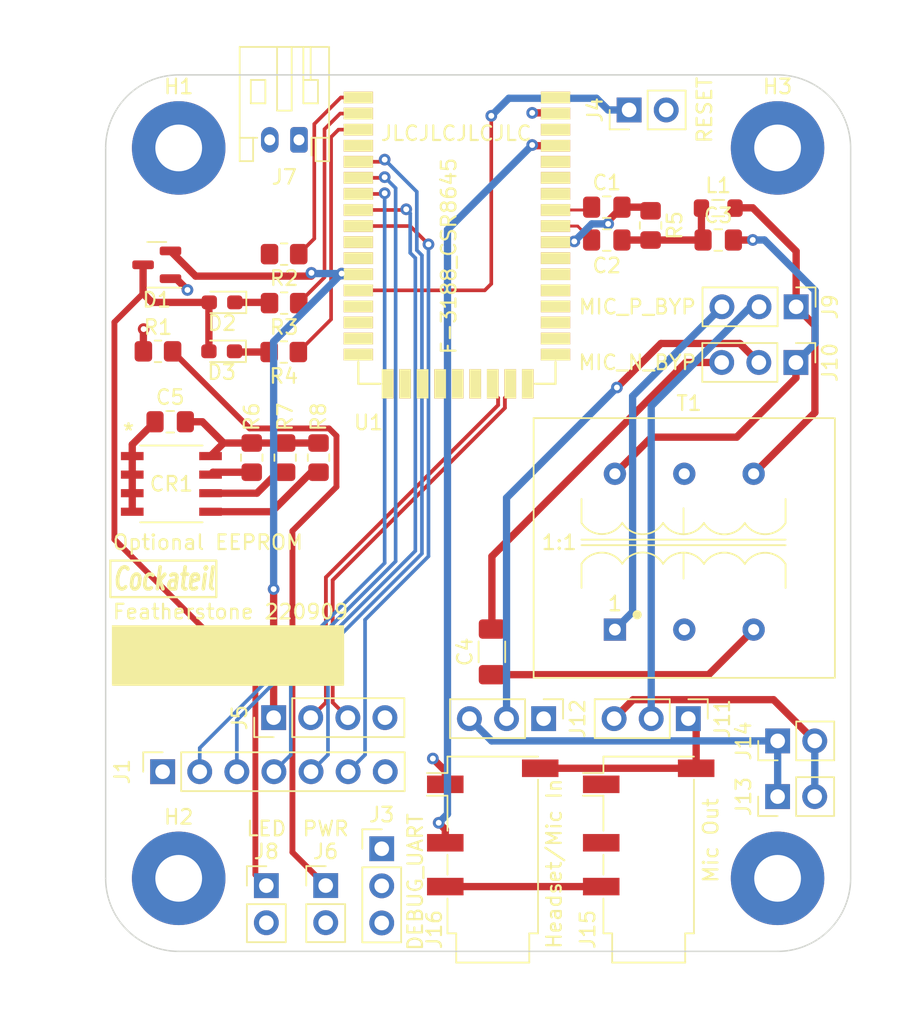
<source format=kicad_pcb>
(kicad_pcb (version 20211014) (generator pcbnew)
  (layers (0 "F.Cu" signal) (1 "In1.Cu" power) (2 "In2.Cu" power) (31 "B.Cu" signal) (34 "B.Paste" user) (35 "F.Paste" user) (36 "B.SilkS" user "B.Silkscreen") (37 "F.SilkS" user "F.Silkscreen") (38 "B.Mask" user) (39 "F.Mask" user) (44 "Edge.Cuts" user))
  (net 0 "")
  (net 1 "+1V8")
  (net 2 "Earth")
  (net 3 "/PIO11")
  (net 4 "/PIO10")
  (net 5 "/PIO12")
  (net 6 "+BATT")
  (net 7 "VBUS")
  (net 9 "/SPI_CLK")
  (net 10 "/~{CS}")
  (net 11 "/MOSI")
  (net 12 "/MISO")
  (net 13 "/SPI_EN")
  (net 14 "BT_UART_TX")
  (net 15 "BT_UART_RX")
  (net 16 "/~{RST}")
  (net 17 "Net-(J6-Pad1)")
  (net 18 "/POWER_EN")
  (net 19 "/PIO6")
  (net 20 "/PIO7")
  (net 21 "/PIO8")
  (net 22 "/PIO9")
  (net 23 "Net-(C3-Pad2)")
  (net 24 "Net-(C4-Pad2)")
  (net 25 "/SPK_L")
  (net 26 "Net-(C2-Pad2)")
  (net 27 "USB_N")
  (net 28 "USB_P")
  (net 29 "/LED2")
  (net 30 "/LED1")
  (net 31 "/LED0")
  (net 32 "/MIC_BIAS")
  (net 35 "/PIO13")
  (net 37 "/SPK_R")
  (net 41 "/MIC_AP")
  (net 42 "/MIC_AN")
  (net 43 "/PIO21")
  (net 44 "/PIO20")
  (net 45 "/PIO19")
  (net 46 "/PIO18")
  (net 47 "Net-(D3-Pad1)")
  (net 48 "Net-(J12-Pad3)")
  (net 51 "Net-(C4-Pad1)")
  (net 52 "Net-(J8-Pad2)")
  (net 53 "Net-(D1-Pad3)")
  (net 54 "Net-(D2-Pad1)")
  (net 55 "Net-(J11-Pad2)")
  (net 56 "Net-(J9-Pad1)")
  (net 57 "Net-(J9-Pad3)")
  (net 58 "Net-(J10-Pad2)")
  (net 59 "Net-(J11-Pad1)")
  (net 60 "Net-(J11-Pad3)")
  (footprint "Connector_Audio:Jack_3.5mm_PJ320D_Horizontal" (layer "F.Cu") (at 137.176 157.391 90)
    (fp_text reference "J15" (at -6.109 -4.176 90) (layer "F.SilkS"))
    (fp_text value "Mic Out" (at -0.025 4.25 90) (layer "F.SilkS"))
    (pad "" np_thru_hole circle (at 2.225 0 90) (size 1.5 1.5) (drill 1.5) (layers *.Cu *.Mask))
    (pad "" np_thru_hole circle (at -4.775 0 90) (size 1.5 1.5) (drill 1.5) (layers *.Cu *.Mask))
    (pad "R1" smd rect (at -0.175 -3.25 90) (size 1.2 2.5) (layers "F.Cu" "F.Paste" "F.Mask"))
    (pad "R2" smd rect (at -3.175 -3.25 90) (size 1.2 2.5) (layers "F.Cu" "F.Paste" "F.Mask") (net 2 "Earth"))
    (pad "S" smd rect (at 4.925 3.25 90) (size 1.2 2.5) (layers "F.Cu" "F.Paste" "F.Mask") (net 59 "Net-(J11-Pad1)"))
    (pad "T" smd rect (at 3.825 -3.25 90) (size 1.2 2.5) (layers "F.Cu" "F.Paste" "F.Mask"))
  )
  (footprint "MountingHole:MountingHole_3.2mm_M3_Pad_TopBottom" (layer "F.Cu") (at 146 110)
    (fp_text reference "H3" (at 0 -4.2) (layer "F.SilkS"))
    (fp_text value "MountingHole_Pad")
    (pad "1" connect circle locked (at 0 0) (size 6.4 6.4) (layers "B.Cu" "B.Mask") (net 2 "Earth"))
    (pad "1" connect circle locked (at 0 0) (size 6.4 6.4) (layers "F.Cu" "F.Mask") (net 2 "Earth"))
    (pad "1" thru_hole circle locked (at 0 0) (size 3.6 3.6) (drill 3.2) (layers *.Cu *.Mask) (net 2 "Earth"))
  )
  (footprint "Resistor_SMD:R_0805_2012Metric_Pad1.20x1.40mm_HandSolder" (layer "F.Cu") (at 110 131.2 -90)
    (fp_text reference "R6" (at -2.794 0 90) (layer "F.SilkS"))
    (fp_text value "2K2")
    (pad "1" smd roundrect (at -1 0 270) (size 1.2 1.4) (layers "F.Cu" "F.Paste" "F.Mask") (roundrect_rratio 0.208333) (net 1 "+1V8"))
    (pad "2" smd roundrect (at 1 0 270) (size 1.2 1.4) (layers "F.Cu" "F.Paste" "F.Mask") (roundrect_rratio 0.208333) (net 5 "/PIO12"))
  )
  (footprint "cockateil:Transformer_Triad_T Y-141PN" (layer "F.Cu") (at 134.8621 142.974)
    (fp_text reference "T1" (at 5.08 -15.494) (layer "F.SilkS"))
    (fp_text value "Transformer_Audio")
    (fp_text user "1" (at 0 -1.778 unlocked) (layer "F.SilkS"))
    (fp_text user "1:1" (at -3.81 -5.969 unlocked) (layer "F.SilkS"))
    (pad "1" thru_hole rect (at 0 0) (size 1.52 1.52) (drill 0.81) (layers *.Cu *.Mask) (net 57 "Net-(J9-Pad3)"))
    (pad "2" thru_hole circle (at 4.7498 0) (size 1.524 1.524) (drill 0.762) (layers *.Cu *.Mask))
    (pad "3" thru_hole circle (at 9.4996 0) (size 1.524 1.524) (drill 0.762) (layers *.Cu *.Mask) (net 51 "Net-(C4-Pad1)"))
    (pad "4" thru_hole circle (at 0 -10.668) (size 1.524 1.524) (drill 0.762) (layers *.Cu *.Mask) (net 23 "Net-(C3-Pad2)"))
    (pad "5" thru_hole circle (at 4.7498 -10.668) (size 1.524 1.524) (drill 0.762) (layers *.Cu *.Mask))
    (pad "6" thru_hole circle (at 9.4996 -10.668) (size 1.524 1.524) (drill 0.762) (layers *.Cu *.Mask) (net 56 "Net-(J9-Pad1)"))
  )
  (footprint "Connector_PinHeader_2.54mm:PinHeader_1x03_P2.54mm_Vertical" (layer "F.Cu") (at 147.255 124.686 -90)
    (fp_text reference "J10" (at 0 -2.33 90) (layer "F.SilkS"))
    (fp_text value "MIC_N_BYP" (at 0 10.855 180) (layer "F.SilkS"))
    (pad "1" thru_hole rect (at 0 0 270) (size 1.7 1.7) (drill 1) (layers *.Cu *.Mask) (net 23 "Net-(C3-Pad2)"))
    (pad "2" thru_hole oval (at 0 2.54 270) (size 1.7 1.7) (drill 1) (layers *.Cu *.Mask) (net 58 "Net-(J10-Pad2)"))
    (pad "3" thru_hole oval (at 0 5.08 270) (size 1.7 1.7) (drill 1) (layers *.Cu *.Mask) (net 24 "Net-(C4-Pad2)"))
  )
  (footprint "Capacitor_SMD:C_0805_2012Metric_Pad1.18x1.45mm_HandSolder" (layer "F.Cu") (at 134.306 116.304)
    (fp_text reference "C2" (at 0 1.75) (layer "F.SilkS"))
    (fp_text value "100n")
    (pad "1" smd roundrect (at -1.0375 0) (size 1.175 1.45) (layers "F.Cu" "F.Paste" "F.Mask") (roundrect_rratio 0.212766) (net 42 "/MIC_AN"))
    (pad "2" smd roundrect (at 1.0375 0) (size 1.175 1.45) (layers "F.Cu" "F.Paste" "F.Mask") (roundrect_rratio 0.212766) (net 26 "Net-(C2-Pad2)"))
  )
  (footprint "bluetooth:F-3188_CSR8645" (layer "F.Cu") (at 117.298 126.1475)
    (fp_text reference "U1" (at 0.702 2.6525 180) (layer "F.SilkS"))
    (fp_text value "F-3188_CSR8645" (at 6.192 -8.7475 90) (layer "F.SilkS"))
    (pad "1" smd rect locked (at 0 -19.6) (size 2 0.8) (layers "F.Cu" "F.Paste" "F.SilkS" "F.Mask") (net 29 "/LED2"))
    (pad "2" smd rect locked (at 0 -18.5) (size 2 0.8) (layers "F.Cu" "F.Paste" "F.SilkS" "F.Mask") (net 30 "/LED1"))
    (pad "3" smd rect locked (at 0 -17.4) (size 2 0.8) (layers "F.Cu" "F.Paste" "F.SilkS" "F.Mask") (net 31 "/LED0"))
    (pad "4" smd rect locked (at 0 -16.3) (size 2 0.8) (layers "F.Cu" "F.Paste" "F.SilkS" "F.Mask"))
    (pad "5" smd rect locked (at 0 -15.2) (size 2 0.8) (layers "F.Cu" "F.Paste" "F.SilkS" "F.Mask") (net 12 "/MISO"))
    (pad "6" smd rect locked (at 0 -14.1) (size 2 0.8) (layers "F.Cu" "F.Paste" "F.SilkS" "F.Mask") (net 10 "/~{CS}"))
    (pad "7" smd rect locked (at 0 -13) (size 2 0.8) (layers "F.Cu" "F.Paste" "F.SilkS" "F.Mask") (net 9 "/SPI_CLK"))
    (pad "8" smd rect locked (at 0 -11.9) (size 2 0.8) (layers "F.Cu" "F.Paste" "F.SilkS" "F.Mask") (net 11 "/MOSI"))
    (pad "9" smd rect locked (at 0 -10.8) (size 2 0.8) (layers "F.Cu" "F.Paste" "F.SilkS" "F.Mask") (net 13 "/SPI_EN"))
    (pad "10" smd rect locked (at 0 -9.7) (size 2 0.8) (layers "F.Cu" "F.Paste" "F.SilkS" "F.Mask") (net 14 "BT_UART_TX"))
    (pad "11" smd rect locked (at 0 -8.6) (size 2 0.8) (layers "F.Cu" "F.Paste" "F.SilkS" "F.Mask") (net 15 "BT_UART_RX"))
    (pad "12" smd rect locked (at 0 -7.5) (size 2 0.8) (layers "F.Cu" "F.Paste" "F.SilkS" "F.Mask") (net 7 "VBUS"))
    (pad "13" smd rect locked (at 0 -6.4) (size 2 0.8) (layers "F.Cu" "F.Paste" "F.SilkS" "F.Mask") (net 16 "/~{RST}"))
    (pad "14" smd rect locked (at 0 -5.3) (size 2 0.8) (layers "F.Cu" "F.Paste" "F.SilkS" "F.Mask") (net 6 "+BATT"))
    (pad "15" smd rect locked (at 0 -4.2) (size 2 0.8) (layers "F.Cu" "F.Paste" "F.SilkS" "F.Mask") (net 18 "/POWER_EN"))
    (pad "16" smd rect locked (at 0 -3.1) (size 2 0.8) (layers "F.Cu" "F.Paste" "F.SilkS" "F.Mask") (net 1 "+1V8"))
    (pad "17" smd rect locked (at 0 -2) (size 2 0.8) (layers "F.Cu" "F.Paste" "F.SilkS" "F.Mask") (net 2 "Earth"))
    (pad "18" smd rect locked (at 2 0) (size 0.8 2) (layers "F.Cu" "F.Paste" "F.SilkS" "F.Mask"))
    (pad "19" smd rect locked (at 3.2 0) (size 0.8 2) (layers "F.Cu" "F.Paste" "F.SilkS" "F.Mask") (net 6 "+BATT"))
    (pad "20" smd rect locked (at 4.4 0) (size 0.8 2) (layers "F.Cu" "F.Paste" "F.SilkS" "F.Mask") (net 4 "/PIO10"))
    (pad "21" smd rect locked (at 5.6 0) (size 0.8 2) (layers "F.Cu" "F.Paste" "F.SilkS" "F.Mask") (net 3 "/PIO11"))
    (pad "22" smd rect locked (at 6.8 0) (size 0.8 2) (layers "F.Cu" "F.Paste" "F.SilkS" "F.Mask") (net 5 "/PIO12"))
    (pad "23" smd rect locked (at 8 0) (size 0.8 2) (layers "F.Cu" "F.Paste" "F.SilkS" "F.Mask") (net 35 "/PIO13"))
    (pad "24" smd rect locked (at 9.2 0) (size 0.8 2) (layers "F.Cu" "F.Paste" "F.SilkS" "F.Mask") (net 27 "USB_N"))
    (pad "25" smd rect locked (at 10.4 0) (size 0.8 2) (layers "F.Cu" "F.Paste" "F.SilkS" "F.Mask") (net 28 "USB_P"))
    (pad "26" smd rect locked (at 11.6 0) (size 0.8 2) (layers "F.Cu" "F.Paste" "F.SilkS" "F.Mask") (net 22 "/PIO9"))
    (pad "27" smd rect locked (at 13.5 -2) (size 2 0.8) (layers "F.Cu" "F.Paste" "F.SilkS" "F.Mask") (net 19 "/PIO6"))
    (pad "28" smd rect locked (at 13.5 -3.1) (size 2 0.8) (layers "F.Cu" "F.Paste" "F.SilkS" "F.Mask") (net 20 "/PIO7"))
    (pad "29" smd rect locked (at 13.5 -4.2) (size 2 0.8) (layers "F.Cu" "F.Paste" "F.SilkS" "F.Mask") (net 21 "/PIO8"))
    (pad "30" smd rect locked (at 13.5 -5.3) (size 2 0.8) (layers "F.Cu" "F.Paste" "F.SilkS" "F.Mask") (net 46 "/PIO18"))
    (pad "31" smd rect locked (at 13.5 -6.4) (size 2 0.8) (layers "F.Cu" "F.Paste" "F.SilkS" "F.Mask") (net 45 "/PIO19"))
    (pad "32" smd rect locked (at 13.5 -7.5) (size 2 0.8) (layers "F.Cu" "F.Paste" "F.SilkS" "F.Mask") (net 44 "/PIO20"))
    (pad "33" smd rect locked (at 13.5 -8.6) (size 2 0.8) (layers "F.Cu" "F.Paste" "F.SilkS" "F.Mask") (net 43 "/PIO21"))
    (pad "34" smd rect locked (at 13.5 -9.7) (size 2 0.8) (layers "F.Cu" "F.Paste" "F.SilkS" "F.Mask") (net 32 "/MIC_BIAS"))
    (pad "35" smd rect locked (at 13.5 -10.8) (size 2 0.8) (layers "F.Cu" "F.Paste" "F.SilkS" "F.Mask") (net 42 "/MIC_AN"))
    (pad "36" smd rect locked (at 13.5 -11.9) (size 2 0.8) (layers "F.Cu" "F.Paste" "F.SilkS" "F.Mask") (net 41 "/MIC_AP"))
    (pad "37" smd rect locked (at 13.5 -13) (size 2 0.8) (layers "F.Cu" "F.Paste" "F.SilkS" "F.Mask"))
    (pad "38" smd rect locked (at 13.5 -14.1) (size 2 0.8) (layers "F.Cu" "F.Paste" "F.SilkS" "F.Mask"))
    (pad "39" smd rect locked (at 13.5 -15.2) (size 2 0.8) (layers "F.Cu" "F.Paste" "F.SilkS" "F.Mask"))
    (pad "40" smd rect locked (at 13.5 -16.3) (size 2 0.8) (layers "F.Cu" "F.Paste" "F.SilkS" "F.Mask") (net 37 "/SPK_R"))
    (pad "41" smd rect locked (at 13.5 -17.4) (size 2 0.8) (layers "F.Cu" "F.Paste" "F.SilkS" "F.Mask"))
    (pad "42" smd rect locked (at 13.5 -18.5) (size 2 0.8) (layers "F.Cu" "F.Paste" "F.SilkS" "F.Mask") (net 25 "/SPK_L"))
    (pad "43" smd rect locked (at 13.5 -19.6) (size 2 0.8) (layers "F.Cu" "F.Paste" "F.SilkS" "F.Mask") (net 2 "Earth"))
  )
  (footprint "Resistor_SMD:R_0805_2012Metric_Pad1.20x1.40mm_HandSolder" (layer "F.Cu") (at 112.193 123.972 180)
    (fp_text reference "R4" (at 0 -1.65) (layer "F.SilkS"))
    (fp_text value "330")
    (pad "1" smd roundrect (at -1 0 180) (size 1.2 1.4) (layers "F.Cu" "F.Paste" "F.Mask") (roundrect_rratio 0.208333) (net 31 "/LED0"))
    (pad "2" smd roundrect (at 1 0 180) (size 1.2 1.4) (layers "F.Cu" "F.Paste" "F.Mask") (roundrect_rratio 0.208333) (net 47 "Net-(D3-Pad1)"))
  )
  (footprint "Package_TO_SOT_SMD:SOT-23" (layer "F.Cu") (at 103.5 118 180)
    (fp_text reference "D1" (at 0 -2.4) (layer "F.SilkS"))
    (fp_text value "BAT54C")
    (pad "1" smd roundrect (at -0.9375 -0.95 180) (size 1.475 0.6) (layers "F.Cu" "F.Paste" "F.Mask") (net 6 "+BATT"))
    (pad "2" smd roundrect (at -0.9375 0.95 180) (size 1.475 0.6) (layers "F.Cu" "F.Paste" "F.Mask") (net 7 "VBUS"))
    (pad "3" smd roundrect (at 0.9375 0 180) (size 1.475 0.6) (layers "F.Cu" "F.Paste" "F.Mask") (net 53 "Net-(D1-Pad3)"))
  )
  (footprint "Resistor_SMD:R_0805_2012Metric_Pad1.20x1.40mm_HandSolder" (layer "F.Cu") (at 103.582 123.924)
    (fp_text reference "R1" (at 0 -1.65) (layer "F.SilkS"))
    (fp_text value "330")
    (pad "1" smd roundrect (at -1 0) (size 1.2 1.4) (layers "F.Cu" "F.Paste" "F.Mask") (roundrect_rratio 0.208333) (net 6 "+BATT"))
    (pad "2" smd roundrect (at 1 0) (size 1.2 1.4) (layers "F.Cu" "F.Paste" "F.Mask") (roundrect_rratio 0.208333) (net 17 "Net-(J6-Pad1)"))
  )
  (footprint "Connector_PinHeader_2.54mm:PinHeader_1x03_P2.54mm_Vertical" (layer "F.Cu") (at 118.9 157.975)
    (fp_text reference "J3" (at 0 -2.33) (layer "F.SilkS"))
    (fp_text value "DEBUG_UART" (at 2.3 2.271 90) (layer "F.SilkS"))
    (pad "1" thru_hole rect (at 0 0) (size 1.7 1.7) (drill 1) (layers *.Cu *.Mask) (net 14 "BT_UART_TX"))
    (pad "2" thru_hole oval (at 0 2.54) (size 1.7 1.7) (drill 1) (layers *.Cu *.Mask) (net 15 "BT_UART_RX"))
    (pad "3" thru_hole oval (at 0 5.08) (size 1.7 1.7) (drill 1) (layers *.Cu *.Mask) (net 2 "Earth"))
  )
  (footprint "MountingHole:MountingHole_3.2mm_M3_Pad_TopBottom" (layer "F.Cu") (at 146 160)
    (fp_text reference "H4" hide)
    (fp_text value "MountingHole_Pad")
    (pad "1" connect circle locked (at 0 0) (size 6.4 6.4) (layers "B.Cu" "B.Mask") (net 2 "Earth"))
    (pad "1" connect circle locked (at 0 0) (size 6.4 6.4) (layers "F.Cu" "F.Mask") (net 2 "Earth"))
    (pad "1" thru_hole circle locked (at 0 0) (size 3.6 3.6) (drill 3.2) (layers *.Cu *.Mask) (net 2 "Earth"))
  )
  (footprint "Capacitor_SMD:C_0805_2012Metric_Pad1.18x1.45mm_HandSolder" (layer "F.Cu") (at 104.41745 128.7455)
    (fp_text reference "C5" (at 0 -1.68) (layer "F.SilkS"))
    (fp_text value "100n")
    (pad "1" smd roundrect (at -1.0375 0) (size 1.175 1.45) (layers "F.Cu" "F.Paste" "F.Mask") (roundrect_rratio 0.2127659574) (net 2 "Earth"))
    (pad "2" smd roundrect (at 1.0375 0) (size 1.175 1.45) (layers "F.Cu" "F.Paste" "F.Mask") (roundrect_rratio 0.2127659574) (net 1 "+1V8"))
  )
  (footprint "Connector_PinHeader_2.54mm:PinHeader_1x02_P2.54mm_Vertical" (layer "F.Cu") (at 115.064 160.495)
    (fp_text reference "J6" (at 0 -2.33) (layer "F.SilkS"))
    (fp_text value "PWR" (at 0 -3.895) (layer "F.SilkS"))
    (pad "1" thru_hole rect (at 0 0) (size 1.7 1.7) (drill 1) (layers *.Cu *.Mask) (net 17 "Net-(J6-Pad1)"))
    (pad "2" thru_hole oval (at 0 2.54) (size 1.7 1.7) (drill 1) (layers *.Cu *.Mask) (net 18 "/POWER_EN"))
  )
  (footprint "Connector_PinHeader_2.54mm:PinHeader_1x03_P2.54mm_Vertical" (layer "F.Cu") (at 147.27 120.876 -90)
    (fp_text reference "J9" (at 0 -2.33 90) (layer "F.SilkS"))
    (fp_text value "MIC_P_BYP" (at 0 10.87 180) (layer "F.SilkS"))
    (pad "1" thru_hole rect (at 0 0 270) (size 1.7 1.7) (drill 1) (layers *.Cu *.Mask) (net 56 "Net-(J9-Pad1)"))
    (pad "2" thru_hole oval (at 0 2.54 270) (size 1.7 1.7) (drill 1) (layers *.Cu *.Mask) (net 55 "Net-(J11-Pad2)"))
    (pad "3" thru_hole oval (at 0 5.08 270) (size 1.7 1.7) (drill 1) (layers *.Cu *.Mask) (net 57 "Net-(J9-Pad3)"))
  )
  (footprint "Connector_PinHeader_2.54mm:PinHeader_1x02_P2.54mm_Vertical" (layer "F.Cu") (at 146 154.404 90)
    (fp_text reference "J13" (at 0 -2.33 90) (layer "F.SilkS"))
    (fp_text value "Cox Box Mic In")
    (pad "1" thru_hole rect (at 0 0 90) (size 1.7 1.7) (drill 1) (layers *.Cu *.Mask) (net 48 "Net-(J12-Pad3)"))
    (pad "2" thru_hole oval (at 0 2.54 90) (size 1.7 1.7) (drill 1) (layers *.Cu *.Mask) (net 60 "Net-(J11-Pad3)"))
  )
  (footprint "Resistor_SMD:R_0805_2012Metric_Pad1.20x1.40mm_HandSolder" (layer "F.Cu") (at 137.306 115.304 -90)
    (fp_text reference "R5" (at 0 -1.65 90) (layer "F.SilkS"))
    (fp_text value "2K2")
    (pad "1" smd roundrect (at -1 0 270) (size 1.2 1.4) (layers "F.Cu" "F.Paste" "F.Mask") (roundrect_rratio 0.208333) (net 32 "/MIC_BIAS"))
    (pad "2" smd roundrect (at 1 0 270) (size 1.2 1.4) (layers "F.Cu" "F.Paste" "F.Mask") (roundrect_rratio 0.208333) (net 26 "Net-(C2-Pad2)"))
  )
  (footprint "Inductor_SMD:L_0805_2012Metric_Pad1.05x1.20mm_HandSolder" (layer "F.Cu") (at 141.936 114.12)
    (fp_text reference "L1" (at 0 -1.55) (layer "F.SilkS"))
    (fp_text value "15nH")
    (pad "1" smd roundrect (at -1.15 0) (size 1.05 1.2) (layers "F.Cu" "F.Paste" "F.Mask") (roundrect_rratio 0.2380952381) (net 26 "Net-(C2-Pad2)"))
    (pad "2" smd roundrect (at 1.15 0) (size 1.05 1.2) (layers "F.Cu" "F.Paste" "F.Mask") (roundrect_rratio 0.2380952381) (net 56 "Net-(J9-Pad1)"))
  )
  (footprint "Connector_PinSocket_2.54mm:PinSocket_1x07_P2.54mm_Vertical" (layer "F.Cu") (at 103.9 152.7 90)
    (fp_text reference "J1" (at 0 -2.77 90) (layer "F.SilkS"))
    (fp_text value "Programmer")
    (pad "1" thru_hole rect (at 0 0 90) (size 1.7 1.7) (drill 1) (layers *.Cu *.Mask))
    (pad "2" thru_hole oval (at 0 2.54 90) (size 1.7 1.7) (drill 1) (layers *.Cu *.Mask) (net 9 "/SPI_CLK"))
    (pad "3" thru_hole oval (at 0 5.08 90) (size 1.7 1.7) (drill 1) (layers *.Cu *.Mask) (net 10 "/~{CS}"))
    (pad "4" thru_hole oval (at 0 7.62 90) (size 1.7 1.7) (drill 1) (layers *.Cu *.Mask) (net 11 "/MOSI"))
    (pad "5" thru_hole oval (at 0 10.16 90) (size 1.7 1.7) (drill 1) (layers *.Cu *.Mask) (net 12 "/MISO"))
    (pad "6" thru_hole oval (at 0 12.7 90) (size 1.7 1.7) (drill 1) (layers *.Cu *.Mask) (net 13 "/SPI_EN"))
    (pad "7" thru_hole oval (at 0 15.24 90) (size 1.7 1.7) (drill 1) (layers *.Cu *.Mask) (net 2 "Earth"))
  )
  (footprint "Resistor_SMD:R_0805_2012Metric_Pad1.20x1.40mm_HandSolder" (layer "F.Cu") (at 112.218 120.622 180)
    (fp_text reference "R3" (at 0 -1.65) (layer "F.SilkS"))
    (fp_text value "330")
    (pad "1" smd roundrect (at -1 0 180) (size 1.2 1.4) (layers "F.Cu" "F.Paste" "F.Mask") (roundrect_rratio 0.208333) (net 30 "/LED1"))
    (pad "2" smd roundrect (at 1 0 180) (size 1.2 1.4) (layers "F.Cu" "F.Paste" "F.Mask") (roundrect_rratio 0.208333) (net 54 "Net-(D2-Pad1)"))
  )
  (footprint "Resistor_SMD:R_0805_2012Metric_Pad1.20x1.40mm_HandSolder" (layer "F.Cu") (at 112.218 117.272 180)
    (fp_text reference "R2" (at 0 -1.65) (layer "F.SilkS"))
    (fp_text value "220")
    (pad "1" smd roundrect (at -1 0 180) (size 1.2 1.4) (layers "F.Cu" "F.Paste" "F.Mask") (roundrect_rratio 0.208333) (net 29 "/LED2"))
    (pad "2" smd roundrect (at 1 0 180) (size 1.2 1.4) (layers "F.Cu" "F.Paste" "F.Mask") (roundrect_rratio 0.208333) (net 52 "Net-(J8-Pad2)"))
  )
  (footprint "Capacitor_SMD:C_0805_2012Metric_Pad1.18x1.45mm_HandSolder" (layer "F.Cu") (at 134.306 114.054)
    (fp_text reference "C1" (at 0 -1.68) (layer "F.SilkS"))
    (fp_text value "100n")
    (pad "1" smd roundrect (at -1.0375 0) (size 1.175 1.45) (layers "F.Cu" "F.Paste" "F.Mask") (roundrect_rratio 0.212766) (net 41 "/MIC_AP"))
    (pad "2" smd roundrect (at 1.0375 0) (size 1.175 1.45) (layers "F.Cu" "F.Paste" "F.Mask") (roundrect_rratio 0.212766) (net 32 "/MIC_BIAS"))
  )
  (footprint "Connector_PinHeader_2.54mm:PinHeader_1x03_P2.54mm_Vertical" (layer "F.Cu") (at 129.983 149.07 -90)
    (fp_text reference "J12" (at 0 -2.33 90) (layer "F.SilkS"))
    (fp_text value "MIC_N_SEL")
    (pad "1" thru_hole rect (at 0 0 270) (size 1.7 1.7) (drill 1) (layers *.Cu *.Mask) (net 2 "Earth"))
    (pad "2" thru_hole oval (at 0 2.54 270) (size 1.7 1.7) (drill 1) (layers *.Cu *.Mask) (net 58 "Net-(J10-Pad2)"))
    (pad "3" thru_hole oval (at 0 5.08 270) (size 1.7 1.7) (drill 1) (layers *.Cu *.Mask) (net 48 "Net-(J12-Pad3)"))
  )
  (footprint "st:M24512-RMN6P" (layer "F.Cu") (at 104.5 133)
    (fp_text reference "CR1" (at 0 0) (layer "F.SilkS"))
    (fp_text value "Optional EEPROM" (at 2.5 4) (layer "F.SilkS"))
    (fp_text user "*" (at -2.9337 -3.6068) (layer "F.SilkS"))
    (fp_text user "*" (at -2.9337 -3.6068) (layer "F.SilkS"))
    (pad "1" smd rect locked (at -2.6797 -1.905) (size 1.5494 0.5588) (layers "F.Cu" "F.Paste" "F.Mask") (net 2 "Earth"))
    (pad "2" smd rect locked (at -2.6797 -0.635) (size 1.5494 0.5588) (layers "F.Cu" "F.Paste" "F.Mask") (net 2 "Earth"))
    (pad "3" smd rect locked (at -2.6797 0.635) (size 1.5494 0.5588) (layers "F.Cu" "F.Paste" "F.Mask") (net 2 "Earth"))
    (pad "4" smd rect locked (at -2.6797 1.905) (size 1.5494 0.5588) (layers "F.Cu" "F.Paste" "F.Mask") (net 2 "Earth"))
    (pad "5" smd rect locked (at 2.6797 1.905) (size 1.5494 0.5588) (layers "F.Cu" "F.Paste" "F.Mask") (net 3 "/PIO11"))
    (pad "6" smd rect locked (at 2.6797 0.635) (size 1.5494 0.5588) (layers "F.Cu" "F.Paste" "F.Mask") (net 4 "/PIO10"))
    (pad "7" smd rect locked (at 2.6797 -0.635) (size 1.5494 0.5588) (layers "F.Cu" "F.Paste" "F.Mask") (net 5 "/PIO12"))
    (pad "8" smd rect locked (at 2.6797 -1.905) (size 1.5494 0.5588) (layers "F.Cu" "F.Paste" "F.Mask") (net 1 "+1V8"))
  )
  (footprint "Connector_JST:JST_PH_S2B-PH-K_1x02_P2.00mm_Horizontal" (layer "F.Cu") (at 113.234 109.446 180)
    (fp_text reference "J7" (at 1 -2.55) (layer "F.SilkS"))
    (fp_text value "Battery Connector")
    (pad "1" thru_hole roundrect (at 0 0 180) (size 1.2 1.75) (drill 0.75) (layers *.Cu *.Mask) (roundrect_rratio 0.2083333333) (net 6 "+BATT"))
    (pad "2" thru_hole oval (at 2 0 180) (size 1.2 1.75) (drill 0.75) (layers *.Cu *.Mask) (net 2 "Earth"))
  )
  (footprint "Connector_PinHeader_2.54mm:PinHeader_1x02_P2.54mm_Vertical" (layer "F.Cu") (at 111 160.5)
    (fp_text reference "J8" (at 0 -2.33) (layer "F.SilkS"))
    (fp_text value "LED" (at 0 -3.9) (layer "F.SilkS"))
    (pad "1" thru_hole rect (at 0 0) (size 1.7 1.7) (drill 1) (layers *.Cu *.Mask) (net 53 "Net-(D1-Pad3)"))
    (pad "2" thru_hole oval (at 0 2.54) (size 1.7 1.7) (drill 1) (layers *.Cu *.Mask) (net 52 "Net-(J8-Pad2)"))
  )
  (footprint "LED_SMD:LED_0603_1608Metric_Pad1.05x0.95mm_HandSolder" (layer "F.Cu") (at 107.943 123.922 180)
    (fp_text reference "D3" (at 0 -1.43 180) (layer "F.SilkS"))
    (fp_text value "GREEN")
    (pad "1" smd roundrect (at -0.875 0 180) (size 1.05 0.95) (layers "F.Cu" "F.Paste" "F.Mask") (net 47 "Net-(D3-Pad1)"))
    (pad "2" smd roundrect (at 0.875 0 180) (size 1.05 0.95) (layers "F.Cu" "F.Paste" "F.Mask") (net 53 "Net-(D1-Pad3)"))
  )
  (footprint "Connector_Audio:Jack_3.5mm_PJ320D_Horizontal" (layer "F.Cu") (at 126.5 157.391 90)
    (fp_text reference "J16" (at -6.109 -4 90) (layer "F.SilkS"))
    (fp_text value "Headset/Mic In" (at -1.609 4.2 90) (layer "F.SilkS"))
    (pad "" np_thru_hole circle (at 2.225 0 90) (size 1.5 1.5) (drill 1.5) (layers *.Cu *.Mask))
    (pad "" np_thru_hole circle (at -4.775 0 90) (size 1.5 1.5) (drill 1.5) (layers *.Cu *.Mask))
    (pad "R1" smd rect (at -0.175 -3.25 90) (size 1.2 2.5) (layers "F.Cu" "F.Paste" "F.Mask") (net 37 "/SPK_R"))
    (pad "R2" smd rect (at -3.175 -3.25 90) (size 1.2 2.5) (layers "F.Cu" "F.Paste" "F.Mask") (net 2 "Earth"))
    (pad "S" smd rect (at 4.925 3.25 90) (size 1.2 2.5) (layers "F.Cu" "F.Paste" "F.Mask") (net 59 "Net-(J11-Pad1)"))
    (pad "T" smd rect (at 3.825 -3.25 90) (size 1.2 2.5) (layers "F.Cu" "F.Paste" "F.Mask") (net 25 "/SPK_L"))
  )
  (footprint "Resistor_SMD:R_0805_2012Metric_Pad1.20x1.40mm_HandSolder" (layer "F.Cu") (at 114.572 131.2 -90)
    (fp_text reference "R8" (at -2.794 0 90) (layer "F.SilkS"))
    (fp_text value "2K2")
    (pad "1" smd roundrect (at -1 0 270) (size 1.2 1.4) (layers "F.Cu" "F.Paste" "F.Mask") (roundrect_rratio 0.208333) (net 1 "+1V8"))
    (pad "2" smd roundrect (at 1 0 270) (size 1.2 1.4) (layers "F.Cu" "F.Paste" "F.Mask") (roundrect_rratio 0.208333) (net 3 "/PIO11"))
  )
  (footprint "Connector_PinHeader_2.54mm:PinHeader_1x03_P2.54mm_Vertical" (layer "F.Cu") (at 139.889 149.07 -90)
    (fp_text reference "J11" (at 0 -2.33 90) (layer "F.SilkS"))
    (fp_text value "MIC_P_SEL")
    (pad "1" thru_hole rect (at 0 0 270) (size 1.7 1.7) (drill 1) (layers *.Cu *.Mask) (net 59 "Net-(J11-Pad1)"))
    (pad "2" thru_hole oval (at 0 2.54 270) (size 1.7 1.7) (drill 1) (layers *.Cu *.Mask) (net 55 "Net-(J11-Pad2)"))
    (pad "3" thru_hole oval (at 0 5.08 270) (size 1.7 1.7) (drill 1) (layers *.Cu *.Mask) (net 60 "Net-(J11-Pad3)"))
  )
  (footprint "Capacitor_SMD:C_1206_3216Metric_Pad1.33x1.80mm_HandSolder" (layer "F.Cu") (at 126.442 144.498 90)
    (fp_text reference "C4" (at 0 -1.85 90) (layer "F.SilkS"))
    (fp_text value "22u")
    (pad "1" smd roundrect (at -1.5625 0 90) (size 1.325 1.8) (layers "F.Cu" "F.Paste" "F.Mask") (roundrect_rratio 0.188679) (net 51 "Net-(C4-Pad1)"))
    (pad "2" smd roundrect (at 1.5625 0 90) (size 1.325 1.8) (layers "F.Cu" "F.Paste" "F.Mask") (roundrect_rratio 0.188679) (net 24 "Net-(C4-Pad2)"))
  )
  (footprint "Connector_PinHeader_2.54mm:PinHeader_1x02_P2.54mm_Vertical" (layer "F.Cu") (at 146.005 150.594 90)
    (fp_text reference "J14" (at 0 -2.33 90) (layer "F.SilkS"))
    (fp_text value "Cox Box Mic Out")
    (pad "1" thru_hole rect (at 0 0 90) (size 1.7 1.7) (drill 1) (layers *.Cu *.Mask) (net 48 "Net-(J12-Pad3)"))
    (pad "2" thru_hole oval (at 0 2.54 90) (size 1.7 1.7) (drill 1) (layers *.Cu *.Mask) (net 60 "Net-(J11-Pad3)"))
  )
  (footprint "Resistor_SMD:R_0805_2012Metric_Pad1.20x1.40mm_HandSolder" (layer "F.Cu") (at 112.286 131.2 -90)
    (fp_text reference "R7" (at -2.794 0 90) (layer "F.SilkS"))
    (fp_text value "2K2")
    (pad "1" smd roundrect (at -1 0 270) (size 1.2 1.4) (layers "F.Cu" "F.Paste" "F.Mask") (roundrect_rratio 0.208333) (net 1 "+1V8"))
    (pad "2" smd roundrect (at 1 0 270) (size 1.2 1.4) (layers "F.Cu" "F.Paste" "F.Mask") (roundrect_rratio 0.208333) (net 4 "/PIO10"))
  )
  (footprint "MountingHole:MountingHole_3.2mm_M3_Pad_TopBottom" (layer "F.Cu") (at 105 110)
    (fp_text reference "H1" (at 0 -4.2) (layer "F.SilkS"))
    (fp_text value "MountingHole_Pad")
    (pad "1" connect circle locked (at 0 0) (size 6.4 6.4) (layers "B.Cu" "B.Mask") (net 2 "Earth"))
    (pad "1" connect circle locked (at 0 0) (size 6.4 6.4) (layers "F.Cu" "F.Mask") (net 2 "Earth"))
    (pad "1" thru_hole circle locked (at 0 0) (size 3.6 3.6) (drill 3.2) (layers *.Cu *.Mask) (net 2 "Earth"))
  )
  (footprint "Connector_PinHeader_2.54mm:PinHeader_1x02_P2.54mm_Vertical" (layer "F.Cu") (at 135.835 107.4 90)
    (fp_text reference "J4" (at 0 -2.33 90) (layer "F.SilkS"))
    (fp_text value "RESET" (at 0 5.165 90) (layer "F.SilkS"))
    (pad "1" thru_hole rect (at 0 0 90) (size 1.7 1.7) (drill 1) (layers *.Cu *.Mask) (net 16 "/~{RST}"))
    (pad "2" thru_hole oval (at 0 2.54 90) (size 1.7 1.7) (drill 1) (layers *.Cu *.Mask) (net 2 "Earth"))
  )
  (footprint "Connector_PinHeader_2.54mm:PinHeader_1x04_P2.54mm_Vertical" (layer "F.Cu") (at 111.5 149 90)
    (fp_text reference "J5" (at 0 -2.33 90) (layer "F.SilkS"))
    (fp_text value "Magnetic connector")
    (pad "1" thru_hole rect (at 0 0 90) (size 1.7 1.7) (drill 1) (layers *.Cu *.Mask) (net 7 "VBUS"))
    (pad "2" thru_hole oval (at 0 2.54 90) (size 1.7 1.7) (drill 1) (layers *.Cu *.Mask) (net 27 "USB_N"))
    (pad "3" thru_hole oval (at 0 5.08 90) (size 1.7 1.7) (drill 1) (layers *.Cu *.Mask) (net 28 "USB_P"))
    (pad "4" thru_hole oval (at 0 7.62 90) (size 1.7 1.7) (drill 1) (layers *.Cu *.Mask) (net 2 "Earth"))
  )
  (footprint "LED_SMD:LED_0603_1608Metric_Pad1.05x0.95mm_HandSolder" (layer "F.Cu") (at 107.968 120.572 180)
    (fp_text reference "D2" (at 0 -1.43 180) (layer "F.SilkS"))
    (fp_text value "RED")
    (pad "1" smd roundrect (at -0.875 0 180) (size 1.05 0.95) (layers "F.Cu" "F.Paste" "F.Mask") (net 54 "Net-(D2-Pad1)"))
    (pad "2" smd roundrect (at 0.875 0 180) (size 1.05 0.95) (layers "F.Cu" "F.Paste" "F.Mask") (net 53 "Net-(D1-Pad3)"))
  )
  (footprint "Capacitor_SMD:C_0805_2012Metric_Pad1.18x1.45mm_HandSolder" (layer "F.Cu") (at 141.936 116.304)
    (fp_text reference "C3" (at 0 -1.68) (layer "F.SilkS"))
    (fp_text value "15p")
    (pad "1" smd roundrect (at -1.0375 0) (size 1.175 1.45) (layers "F.Cu" "F.Paste" "F.Mask") (roundrect_rratio 0.212766) (net 26 "Net-(C2-Pad2)"))
    (pad "2" smd roundrect (at 1.0375 0) (size 1.175 1.45) (layers "F.Cu" "F.Paste" "F.Mask") (roundrect_rratio 0.212766) (net 23 "Net-(C3-Pad2)"))
  )
  (footprint "MountingHole:MountingHole_3.2mm_M3_Pad_TopBottom" (layer "F.Cu") (at 105 160)
    (fp_text reference "H2" (at 0 -4.2) (layer "F.SilkS"))
    (fp_text value "MountingHole_Pad")
    (pad "1" thru_hole circle locked (at 0 0) (size 3.6 3.6) (drill 3.2) (layers *.Cu *.Mask) (net 2 "Earth"))
    (pad "1" connect circle locked (at 0 0) (size 6.4 6.4) (layers "B.Cu" "B.Mask") (net 2 "Earth"))
    (pad "1" connect circle locked (at 0 0) (size 6.4 6.4) (layers "F.Cu" "F.Mask") (net 2 "Earth"))
  )
  (gr_rect (start 100.5 142.75) (end 116.25 146.75) (layer "F.SilkS") (width 0.15) (fill solid))
  (gr_rect (start 100.325 138.25) (end 107.575 140.75) (layer "F.SilkS") (width 0.15) (fill none))
  (gr_arc locked (start 146 105) (mid 149.535534 106.464466) (end 151 110) (layer "Edge.Cuts") (width 0.1))
  (gr_arc locked (start 151 160) (mid 149.535534 163.535534) (end 146 165) (layer "Edge.Cuts") (width 0.1))
  (gr_arc locked (start 105 165) (mid 101.464466 163.535534) (end 100 160) (layer "Edge.Cuts") (width 0.1))
  (gr_line locked (start 105 105) (end 146 105) (layer "Edge.Cuts") (width 0.1))
  (gr_arc locked (start 100 110) (mid 101.464466 106.464466) (end 105 105) (layer "Edge.Cuts") (width 0.1))
  (gr_line locked (start 151 110) (end 151 160) (layer "Edge.Cuts") (width 0.1))
  (gr_line locked (start 100 110) (end 100 160) (layer "Edge.Cuts") (width 0.1))
  (gr_line locked (start 105 165) (end 146 165) (layer "Edge.Cuts") (width 0.1))
  (gr_text "Featherstone 220909" (at 108.547619 141.75) (layer "F.SilkS") (effects (font (size 1 1))))
  (gr_text "Cockateil" (at 104.002381 139.5) (layer "F.SilkS") (effects (font (size 1.5 1) (thickness 0.25) italic)))
  (gr_text "JLCJLCJLCJLC" (at 124 109) (layer "F.SilkS") (effects (font (size 1 1))))
  (segment (start 110 130.2) (end 112.286 130.2) (width 0.5) (layer "F.Cu") (net 1))
  (segment (start 105.45495 128.7455) (end 106.6202 128.7455) (width 0.5) (layer "F.Cu") (net 1))
  (segment (start 106.6202 128.7455) (end 108.0747 130.2) (width 0.5) (layer "F.Cu") (net 1))
  (segment (start 108.0747 130.2) (end 107.1797 131.095) (width 0.5) (layer "F.Cu") (net 1))
  (segment (start 110 130.2) (end 108.0747 130.2) (width 0.5) (layer "F.Cu") (net 1))
  (segment (start 112.286 130.2) (end 114.572 130.2) (width 0.5) (layer "F.Cu") (net 1))
  (segment (start 133.926 160.566) (end 123.25 160.566) (width 0.5) (layer "F.Cu") (net 2))
  (segment (start 101.8203 131.095) (end 101.8203 130.30515) (width 0.5) (layer "F.Cu") (net 2))
  (segment (start 101.8203 130.30515) (end 103.37995 128.7455) (width 0.5) (layer "F.Cu") (net 2))
  (segment (start 101.8203 134.905) (end 101.8203 131.095) (width 0.5) (layer "F.Cu") (net 2))
  (segment (start 114.07527 132.2) (end 114.572 132.2) (width 0.5) (layer "F.Cu") (net 3))
  (segment (start 107.1797 134.905) (end 111.37027 134.905) (width 0.5) (layer "F.Cu") (net 3))
  (segment (start 111.37027 134.905) (end 114.07527 132.2) (width 0.5) (layer "F.Cu") (net 3))
  (segment (start 111.78927 132.2) (end 112.286 132.2) (width 0.5) (layer "F.Cu") (net 4))
  (segment (start 107.1797 133.635) (end 110.35427 133.635) (width 0.5) (layer "F.Cu") (net 4))
  (segment (start 110.35427 133.635) (end 111.78927 132.2) (width 0.5) (layer "F.Cu") (net 4))
  (segment (start 107.3447 132.2) (end 107.1797 132.365) (width 0.5) (layer "F.Cu") (net 5))
  (segment (start 110 132.2) (end 107.3447 132.2) (width 0.5) (layer "F.Cu") (net 5))
  (segment (start 120.498 126.1475) (end 120.498 125.698) (width 0.25) (layer "F.Cu") (net 6))
  (segment (start 102.582 122.418) (end 102.6 122.4) (width 0.5) (layer "F.Cu") (net 6))
  (segment (start 120.498 125.698) (end 120.4 125.6) (width 0.25) (layer "F.Cu") (net 6))
  (segment (start 104.4375 118.95) (end 104.8275 118.95) (width 0.5) (layer "F.Cu") (net 6))
  (segment (start 102.582 123.924) (end 102.582 122.418) (width 0.5) (layer "F.Cu") (net 6))
  (segment (start 104.8275 118.95) (end 105.6 119.7225) (width 0.5) (layer "F.Cu") (net 6))
  (via (at 105.6 119.7225) (size 0.8) (drill 0.4) (layers "F.Cu" "B.Cu") (net 6))
  (via (at 102.6 122.4) (size 0.8) (drill 0.4) (layers "F.Cu" "B.Cu") (remove_unused_layers) (net 6))
  (segment (start 116.20456 118.6475) (end 117.298 118.6475) (width 0.5) (layer "F.Cu") (net 7))
  (segment (start 114.10075 118.56721) (end 114.086082 118.552542) (width 0.5) (layer "F.Cu") (net 7))
  (segment (start 111.5 149) (end 111.5 140.2) (width 0.5) (layer "F.Cu") (net 7))
  (segment (start 114.075365 118.775365) (end 114.28352 118.56721) (width 0.5) (layer "F.Cu") (net 7))
  (segment (start 106.162865 118.775365) (end 114.075365 118.775365) (width 0.5) (layer "F.Cu") (net 7))
  (segment (start 116.15706 118.6) (end 116.20456 118.6475) (width 0.5) (layer "F.Cu") (net 7))
  (segment (start 104.4375 117.05) (end 106.162865 118.775365) (width 0.5) (layer "F.Cu") (net 7))
  (segment (start 114.28352 118.56721) (end 114.10075 118.56721) (width 0.5) (layer "F.Cu") (net 7))
  (via (at 116.15706 118.6) (size 0.8) (drill 0.4) (layers "F.Cu" "B.Cu") (net 7))
  (via (at 111.5 140.2) (size 0.8) (drill 0.4) (layers "F.Cu" "B.Cu") (net 7))
  (via (at 114.086082 118.552542) (size 0.8) (drill 0.4) (layers "F.Cu" "B.Cu") (net 7))
  (segment (start 111.5 140.2) (end 111.5 123.25706) (width 0.5) (layer "B.Cu") (net 7))
  (segment (start 114.13354 118.6) (end 114.086082 118.552542) (width 0.5) (layer "B.Cu") (net 7))
  (segment (start 116.15706 118.6) (end 114.13354 118.6) (width 0.5) (layer "B.Cu") (net 7))
  (segment (start 111.5 123.25706) (end 116.15706 118.6) (width 0.5) (layer "B.Cu") (net 7))
  (segment (start 119.1525 113.1475) (end 119.2 113.1) (width 0.25) (layer "F.Cu") (net 9))
  (segment (start 117.298 113.1475) (end 119.1525 113.1475) (width 0.25) (layer "F.Cu") (net 9))
  (via (at 119.1 113.1) (size 0.8) (drill 0.4) (layers "F.Cu" "B.Cu") (net 9))
  (segment (start 106.44 151.07526) (end 119.1 138.41526) (width 0.25) (layer "B.Cu") (net 9))
  (segment (start 119.1 138.41526) (end 119.1 113.1) (width 0.25) (layer "B.Cu") (net 9))
  (segment (start 106.44 152.7) (end 106.44 151.07526) (width 0.25) (layer "B.Cu") (net 9))
  (segment (start 119.1525 112.0475) (end 119.2 112) (width 0.25) (layer "F.Cu") (net 10))
  (segment (start 117.298 112.0475) (end 119.1525 112.0475) (width 0.25) (layer "F.Cu") (net 10))
  (via (at 119.1 112) (size 0.8) (drill 0.4) (layers "F.Cu" "B.Cu") (net 10))
  (segment (start 108.98 152.7) (end 108.98 149.170978) (width 0.25) (layer "B.Cu") (net 10))
  (segment (start 108.98 149.170978) (end 119.850989 138.299989) (width 0.25) (layer "B.Cu") (net 10))
  (segment (start 119.850989 112.750989) (end 119.1 112) (width 0.25) (layer "B.Cu") (net 10))
  (segment (start 119.850989 138.299989) (end 119.850989 112.750989) (width 0.25) (layer "B.Cu") (net 10))
  (segment (start 120.5755 114.2) (end 120.528 114.2475) (width 0.25) (layer "F.Cu") (net 11))
  (segment (start 120.528 114.2475) (end 117.298 114.2475) (width 0.25) (layer "F.Cu") (net 11))
  (via (at 120.5755 114.2) (size 0.8) (drill 0.4) (layers "F.Cu" "B.Cu") (net 11))
  (segment (start 121.20096 137.585736) (end 112.674511 146.112185) (width 0.25) (layer "B.Cu") (net 11))
  (segment (start 120.85048 114.47498) (end 120.85048 117.186197) (width 0.25) (layer "B.Cu") (net 11))
  (segment (start 120.85048 117.186197) (end 121.20096 117.536678) (width 0.25) (layer "B.Cu") (net 11))
  (segment (start 121.20096 117.536678) (end 121.20096 137.585736) (width 0.25) (layer "B.Cu") (net 11))
  (segment (start 112.674511 146.112185) (end 112.674511 151.545489) (width 0.25) (layer "B.Cu") (net 11))
  (segment (start 112.674511 151.545489) (end 111.52 152.7) (width 0.25) (layer "B.Cu") (net 11))
  (segment (start 112.005536 152.7) (end 111.52 152.7) (width 0.25) (layer "B.Cu") (net 11))
  (segment (start 120.5755 114.2) (end 120.85048 114.47498) (width 0.25) (layer "B.Cu") (net 11))
  (segment (start 118.9525 110.9475) (end 119.1 110.8) (width 0.25) (layer "F.Cu") (net 12))
  (segment (start 117.298 110.9475) (end 118.9525 110.9475) (width 0.25) (layer "F.Cu") (net 12))
  (via (at 119.1 110.8) (size 0.8) (drill 0.4) (layers "F.Cu" "B.Cu") (net 12))
  (segment (start 121.3 113) (end 119.1 110.8) (width 0.25) (layer "B.Cu") (net 12))
  (segment (start 114.06 152.7) (end 115.217711 151.542289) (width 0.25) (layer "B.Cu") (net 12))
  (segment (start 121.3 117) (end 121.3 113) (width 0.25) (layer "B.Cu") (net 12))
  (segment (start 121.65048 137.771934) (end 121.65048 117.35048) (width 0.25) (layer "B.Cu") (net 12))
  (segment (start 115.217711 151.542289) (end 115.217711 144.204703) (width 0.25) (layer "B.Cu") (net 12))
  (segment (start 115.217711 144.204703) (end 121.65048 137.771934) (width 0.25) (layer "B.Cu") (net 12))
  (segment (start 121.65048 117.35048) (end 121.3 117) (width 0.25) (layer "B.Cu") (net 12))
  (segment (start 122.1 116.6) (end 120.8475 115.3475) (width 0.25) (layer "F.Cu") (net 13))
  (segment (start 120.8475 115.3475) (end 117.298 115.3475) (width 0.25) (layer "F.Cu") (net 13))
  (via (at 122.1 116.6) (size 0.8) (drill 0.4) (layers "F.Cu" "B.Cu") (net 13))
  (segment (start 117.757711 151.542289) (end 116.6 152.7) (width 0.25) (layer "B.Cu") (net 13))
  (segment (start 117.757711 142.300421) (end 117.757711 151.542289) (width 0.25) (layer "B.Cu") (net 13))
  (segment (start 122.1 116.6) (end 122.1 137.958132) (width 0.25) (layer "B.Cu") (net 13))
  (segment (start 122.1 137.958132) (end 117.757711 142.300421) (width 0.25) (layer "B.Cu") (net 13))
  (segment (start 118.9 157.975) (end 118.925 157.975) (width 0.25) (layer "F.Cu") (net 14))
  (segment (start 125.9525 119.7475) (end 117.298 119.7475) (width 0.25) (layer "F.Cu") (net 16))
  (segment (start 126.4 107.8) (end 126.4 119.3) (width 0.25) (layer "F.Cu") (net 16))
  (segment (start 126.4 119.3) (end 125.9525 119.7475) (width 0.25) (layer "F.Cu") (net 16))
  (via (at 126.4 107.8) (size 0.8) (drill 0.4) (layers "F.Cu" "B.Cu") (net 16))
  (segment (start 135.835 107.4) (end 134.4 107.4) (width 0.5) (layer "B.Cu") (net 16))
  (segment (start 133.6 106.6) (end 127.6 106.6) (width 0.5) (layer "B.Cu") (net 16))
  (segment (start 127.6 106.6) (end 126.4 107.8) (width 0.5) (layer "B.Cu") (net 16))
  (segment (start 134.4 107.4) (end 133.6 106.6) (width 0.5) (layer "B.Cu") (net 16))
  (segment (start 115.8 129.709441) (end 115.8 133.2) (width 0.4) (layer "F.Cu") (net 17))
  (segment (start 115.8 133.2) (end 112.787289 136.212711) (width 0.4) (layer "F.Cu") (net 17))
  (segment (start 104.582 123.924) (end 109.85848 129.20048) (width 0.4) (layer "F.Cu") (net 17))
  (segment (start 109.85848 129.20048) (end 115.291039 129.20048) (width 0.4) (layer "F.Cu") (net 17))
  (segment (start 112.787289 158.218289) (end 115.064 160.495) (width 0.4) (layer "F.Cu") (net 17))
  (segment (start 112.787289 136.212711) (end 112.787289 158.218289) (width 0.4) (layer "F.Cu") (net 17))
  (segment (start 115.291039 129.20048) (end 115.8 129.709441) (width 0.4) (layer "F.Cu") (net 17))
  (segment (start 134.8621 132.306) (end 137.3681 129.8) (width 0.5) (layer "F.Cu") (net 23))
  (segment (start 147.255 125.745) (end 147.255 124.686) (width 0.5) (layer "F.Cu") (net 23))
  (segment (start 137.3681 129.8) (end 143.2 129.8) (width 0.5) (layer "F.Cu") (net 23))
  (segment (start 142.9735 116.304) (end 144.296 116.304) (width 0.5) (layer "F.Cu") (net 23))
  (segment (start 143.2 129.8) (end 147.255 125.745) (width 0.5) (layer "F.Cu") (net 23))
  (segment (start 144.296 116.304) (end 144.3 116.3) (width 0.5) (layer "F.Cu") (net 23))
  (via (at 144.3 116.3) (size 0.8) (drill 0.4) (layers "F.Cu" "B.Cu") (net 23))
  (segment (start 148.569511 119.769511) (end 145.1 116.3) (width 0.5) (layer "B.Cu") (net 23))
  (segment (start 147.255 124.686) (end 148.569511 123.371489) (width 0.5) (layer "B.Cu") (net 23))
  (segment (start 148.569511 123.371489) (end 148.569511 119.769511) (width 0.5) (layer "B.Cu") (net 23))
  (segment (start 145.1 116.3) (end 144.3 116.3) (width 0.5) (layer "B.Cu") (net 23))
  (segment (start 139.714 124.686) (end 126.442 137.958) (width 0.5) (layer "F.Cu") (net 24))
  (segment (start 142.175 124.686) (end 139.714 124.686) (width 0.5) (layer "F.Cu") (net 24))
  (segment (start 126.442 137.958) (end 126.442 142.9355) (width 0.5) (layer "F.Cu") (net 24))
  (segment (start 123.25 152.65) (end 122.4 151.8) (width 0.5) (layer "F.Cu") (net 25))
  (segment (start 130.7505 107.6) (end 130.798 107.6475) (width 0.5) (layer "F.Cu") (net 25))
  (segment (start 123.25 153.566) (end 123.25 152.65) (width 0.5) (layer "F.Cu") (net 25))
  (segment (start 129.2 107.6) (end 130.7505 107.6) (width 0.5) (layer "F.Cu") (net 25))
  (via (at 129.2 107.6) (size 0.8) (drill 0.4) (layers "F.Cu" "B.Cu") (net 25))
  (via (at 122.4 151.8) (size 0.8) (drill 0.4) (layers "F.Cu" "B.Cu") (net 25))
  (segment (start 135.3435 116.304) (end 137.306 116.304) (width 0.5) (layer "F.Cu") (net 26))
  (segment (start 140.786 114.12) (end 140.786 116.1915) (width 0.5) (layer "F.Cu") (net 26))
  (segment (start 140.786 116.1915) (end 140.8985 116.304) (width 0.5) (layer "F.Cu") (net 26))
  (segment (start 140.8985 116.304) (end 137.306 116.304) (width 0.5) (layer "F.Cu") (net 26))
  (segment (start 126.498 126.1475) (end 126.498 126.7475) (width 0.261112) (layer "F.Cu") (net 27))
  (segment (start 126.865844 127.605836) (end 115.077843 139.393837) (width 0.261112) (layer "F.Cu") (net 27))
  (segment (start 115.077843 139.393837) (end 115.077843 147.962157) (width 0.261112) (layer "F.Cu") (net 27))
  (segment (start 126.865844 127.115344) (end 126.865844 127.605836) (width 0.261112) (layer "F.Cu") (net 27))
  (segment (start 115.077843 147.962157) (end 114.04 149) (width 0.261112) (layer "F.Cu") (net 27))
  (segment (start 126.498 126.7475) (end 126.865844 127.115344) (width 0.261112) (layer "F.Cu") (net 27))
  (segment (start 127.330156 127.115344) (end 127.330156 127.798164) (width 0.261112) (layer "F.Cu") (net 28))
  (segment (start 127.330156 127.798164) (end 115.542157 139.586163) (width 0.261112) (layer "F.Cu") (net 28))
  (segment (start 115.542157 139.586163) (end 115.542157 147.962157) (width 0.261112) (layer "F.Cu") (net 28))
  (segment (start 115.542157 147.962157) (end 116.58 149) (width 0.261112) (layer "F.Cu") (net 28))
  (segment (start 127.698 126.1475) (end 127.698 126.7475) (width 0.261112) (layer "F.Cu") (net 28))
  (segment (start 127.698 126.7475) (end 127.330156 127.115344) (width 0.261112) (layer "F.Cu") (net 28))
  (segment (start 116.098978 106.5475) (end 117.298 106.5475) (width 0.25) (layer "F.Cu") (net 29))
  (segment (start 114.28352 108.362958) (end 116.098978 106.5475) (width 0.25) (layer "F.Cu") (net 29))
  (segment (start 113.218 117.272) (end 114.28352 116.20648) (width 0.25) (layer "F.Cu") (net 29))
  (segment (start 114.28352 116.20648) (end 114.28352 108.362958) (width 0.25) (layer "F.Cu") (net 29))
  (segment (start 116.0525 107.6475) (end 114.98304 108.71696) (width 0.25) (layer "F.Cu") (net 30))
  (segment (start 117.298 107.6475) (end 116.0525 107.6475) (width 0.25) (layer "F.Cu") (net 30))
  (segment (start 114.98304 118.85696) (end 113.218 120.622) (width 0.25) (layer "F.Cu") (net 30))
  (segment (start 114.98304 108.71696) (end 114.98304 118.85696) (width 0.25) (layer "F.Cu") (net 30))
  (segment (start 113.193 123.972) (end 115.43256 121.73244) (width 0.25) (layer "F.Cu") (net 31))
  (segment (start 115.43256 121.73244) (end 115.43256 109.25671) (width 0.25) (layer "F.Cu") (net 31))
  (segment (start 115.43256 109.25671) (end 115.94177 108.7475) (width 0.25) (layer "F.Cu") (net 31))
  (segment (start 115.94177 108.7475) (end 117.298 108.7475) (width 0.25) (layer "F.Cu") (net 31))
  (segment (start 132.23148 116.4) (end 132.0815 116.4) (width 0.5) (layer "F.Cu") (net 32))
  (segment (start 130.798 116.4475) (end 132.23148 116.4475) (width 0.5) (layer "F.Cu") (net 32))
  (segment (start 134.4 114.9975) (end 135.3435 114.054) (width 0.5) (layer "F.Cu") (net 32))
  (segment (start 135.3435 114.054) (end 137.056 114.054) (width 0.5) (layer "F.Cu") (net 32))
  (segment (start 132.23148 116.4475) (end 132.23148 116.4) (width 0.5) (layer "F.Cu") (net 32))
  (segment (start 134.4 115.2) (end 134.4 114.9975) (width 0.5) (layer "F.Cu") (net 32))
  (segment (start 137.056 114.054) (end 137.306 114.304) (width 0.5) (layer "F.Cu") (net 32))
  (via (at 132.0815 116.4) (size 0.8) (drill 0.4) (layers "F.Cu" "B.Cu") (net 32))
  (via (at 134.4 115.2) (size 0.8) (drill 0.4) (layers "F.Cu" "B.Cu") (net 32))
  (segment (start 132.0815 116.4) (end 133.2815 115.2) (width 0.5) (layer "B.Cu") (net 32))
  (segment (start 133.2815 115.2) (end 134.4 115.2) (width 0.5) (layer "B.Cu") (net 32))
  (segment (start 123.25 157.566) (end 123.25 156.65) (width 0.5) (layer "F.Cu") (net 37))
  (segment (start 129.2475 109.8475) (end 129.2 109.8) (width 0.5) (layer "F.Cu") (net 37))
  (segment (start 123.25 156.65) (end 122.8 156.2) (width 0.5) (layer "F.Cu") (net 37))
  (segment (start 130.798 109.8475) (end 129.2475 109.8475) (width 0.5) (layer "F.Cu") (net 37))
  (via (at 129.2 109.8) (size 0.8) (drill 0.4) (layers "F.Cu" "B.Cu") (net 37))
  (via (at 122.8 156.2) (size 0.8) (drill 0.4) (layers "F.Cu" "B.Cu") (net 37))
  (segment (start 122.8 156.2) (end 123.4 155.6) (width 0.5) (layer "B.Cu") (net 37))
  (segment (start 123.4 115.6) (end 129.2 109.8) (width 0.5) (layer "B.Cu") (net 37))
  (segment (start 123.4 155.6) (end 123.4 115.6) (width 0.5) (layer "B.Cu") (net 37))
  (segment (start 133.075 114.2475) (end 130.798 114.2475) (width 0.2) (layer "F.Cu") (net 41))
  (segment (start 133.2685 114.054) (end 133.075 114.2475) (width 0.2) (layer "F.Cu") (net 41))
  (segment (start 133.2685 116.304) (end 132.312 115.3475) (width 0.2) (layer "F.Cu") (net 42))
  (segment (start 132.312 115.3475) (end 130.798 115.3475) (width 0.2) (layer "F.Cu") (net 42))
  (segment (start 111.193 123.972) (end 108.868 123.972) (width 0.5) (layer "F.Cu") (net 47))
  (segment (start 108.868 123.972) (end 108.818 123.922) (width 0.5) (layer "F.Cu") (net 47))
  (segment (start 146.005 150.594) (end 146.005 154.399) (width 0.5) (layer "B.Cu") (net 48))
  (segment (start 146.005 150.594) (end 126.427 150.594) (width 0.5) (layer "B.Cu") (net 48))
  (segment (start 126.427 150.594) (end 124.903 149.07) (width 0.5) (layer "B.Cu") (net 48))
  (segment (start 146.005 154.399) (end 146 154.404) (width 0.5) (layer "B.Cu") (net 48))
  (segment (start 141.2752 146.0605) (end 144.3617 142.974) (width 0.5) (layer "F.Cu") (net 51))
  (segment (start 126.442 146.0605) (end 141.2752 146.0605) (width 0.5) (layer "F.Cu") (net 51))
  (segment (start 100.6 121.925) (end 102.5625 119.9625) (width 0.4) (layer "F.Cu") (net 53))
  (segment (start 107.068 123.922) (end 107.068 120.597) (width 0.5) (layer "F.Cu") (net 53))
  (segment (start 100.6 136.8) (end 100.6 121.925) (width 0.4) (layer "F.Cu") (net 53))
  (segment (start 110.250489 146.450489) (end 100.6 136.8) (width 0.4) (layer "F.Cu") (net 53))
  (segment (start 107.068 120.597) (end 107.093 120.572) (width 0.5) (layer "F.Cu") (net 53))
  (segment (start 103.172 120.572) (end 102.5625 119.9625) (width 0.5) (layer "F.Cu") (net 53))
  (segment (start 107.093 120.572) (end 103.172 120.572) (width 0.5) (layer "F.Cu") (net 53))
  (segment (start 102.5625 119.9625) (end 102.5625 118) (width 0.5) (layer "F.Cu") (net 53))
  (segment (start 110.250489 159.750489) (end 110.250489 146.450489) (width 0.4) (layer "F.Cu") (net 53))
  (segment (start 111 160.5) (end 110.250489 159.750489) (width 0.4) (layer "F.Cu") (net 53))
  (segment (start 111.168 120.572) (end 111.218 120.622) (width 0.5) (layer "F.Cu") (net 54))
  (segment (start 108.843 120.572) (end 111.168 120.572) (width 0.5) (layer "F.Cu") (net 54))
  (segment (start 144.147213 120.876) (end 144.73 120.876) (width 0.5) (layer "B.Cu") (net 55))
  (segment (start 137.349 127.674213) (end 144.147213 120.876) (width 0.5) (layer "B.Cu") (net 55))
  (segment (start 137.349 149.07) (end 137.349 127.674213) (width 0.5) (layer "B.Cu") (net 55))
  (segment (start 148.554511 122.160511) (end 147.27 120.876) (width 0.5) (layer "F.Cu") (net 56))
  (segment (start 148.554511 128.113189) (end 148.554511 122.160511) (width 0.5) (layer "F.Cu") (net 56))
  (segment (start 144.3617 132.306) (end 148.554511 128.113189) (width 0.5) (layer "F.Cu") (net 56))
  (segment (start 147.27 120.876) (end 147.27 117.07) (width 0.5) (layer "F.Cu") (net 56))
  (segment (start 144.3 114.1) (end 143.106 114.1) (width 0.5) (layer "F.Cu") (net 56))
  (segment (start 143.106 114.1) (end 143.086 114.12) (width 0.5) (layer "F.Cu") (net 56))
  (segment (start 147.27 117.07) (end 144.3 114.1) (width 0.5) (layer "F.Cu") (net 56))
  (segment (start 136.073611 126.992389) (end 136.073611 141.762489) (width 0.5) (layer "B.Cu") (net 57))
  (segment (start 142.19 120.876) (end 136.073611 126.992389) (width 0.5) (layer "B.Cu") (net 57))
  (segment (start 136.073611 141.762489) (end 134.8621 142.974) (width 0.5) (layer "B.Cu") (net 57))
  (segment (start 135 126.4) (end 138.013511 123.386489) (width 0.5) (layer "F.Cu") (net 58))
  (segment (start 143.415489 123.386489) (end 144.715 124.686) (width 0.5) (layer "F.Cu") (net 58))
  (segment (start 138.013511 123.386489) (end 143.415489 123.386489) (width 0.5) (layer "F.Cu") (net 58))
  (via (at 135 126.4) (size 0.8) (drill 0.4) (layers "F.Cu" "B.Cu") (net 58))
  (segment (start 127.443 149.07) (end 127.443 133.957) (width 0.5) (layer "B.Cu") (net 58))
  (segment (start 127.443 133.957) (end 135 126.4) (width 0.5) (layer "B.Cu") (net 58))
  (segment (start 140.426 152.466) (end 140.426 149.607) (width 0.5) (layer "F.Cu") (net 59))
  (segment (start 140.426 152.466) (end 129.75 152.466) (width 0.5) (layer "F.Cu") (net 59))
  (segment (start 140.426 149.607) (end 139.889 149.07) (width 0.5) (layer "F.Cu") (net 59))
  (segment (start 148.545 150.594) (end 145.721489 147.770489) (width 0.5) (layer "F.Cu") (net 60))
  (segment (start 145.721489 147.770489) (end 136.108511 147.770489) (width 0.5) (layer "F.Cu") (net 60))
  (segment (start 136.108511 147.770489) (end 134.809 149.07) (width 0.5) (layer "F.Cu") (net 60))
  (segment (start 148.545 150.594) (end 148.545 154.399) (width 0.5) (layer "B.Cu") (net 60))
  (segment (start 148.545 154.399) (end 148.54 154.404) (width 0.5) (layer "B.Cu") (net 60))
)
</source>
